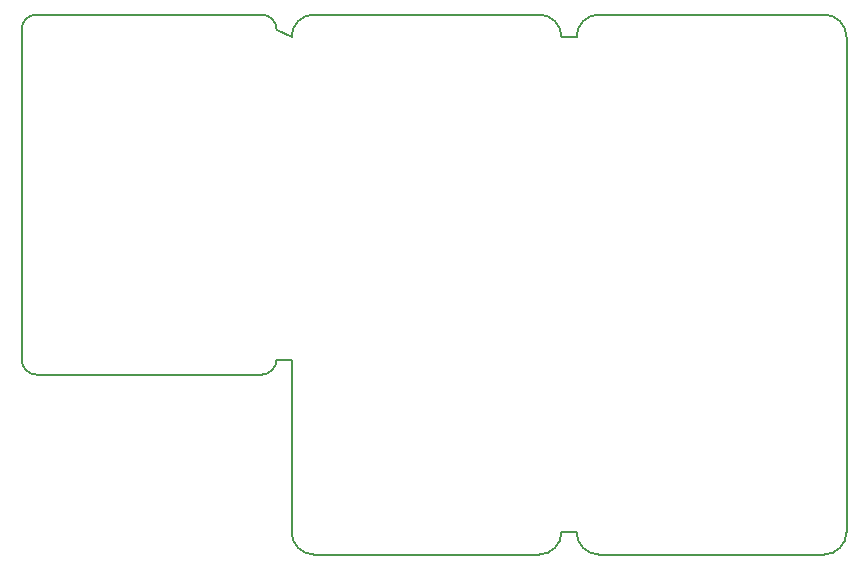
<source format=gbr>
G04 #@! TF.FileFunction,Profile,NP*
%FSLAX46Y46*%
G04 Gerber Fmt 4.6, Leading zero omitted, Abs format (unit mm)*
G04 Created by KiCad (PCBNEW 4.0.6) date Thursday, July 20, 2017 'AMt' 10:41:19 AM*
%MOMM*%
%LPD*%
G01*
G04 APERTURE LIST*
%ADD10C,0.100000*%
%ADD11C,0.150000*%
G04 APERTURE END LIST*
D10*
D11*
X183870600Y-139852400D02*
X185140600Y-139852400D01*
X183870600Y-97942400D02*
X185140600Y-97942400D01*
X159740600Y-97307400D02*
X161010600Y-97942400D01*
X161010600Y-125247400D02*
X159740600Y-125247400D01*
X161010600Y-139852400D02*
X161010600Y-125247400D01*
X206095600Y-141757400D02*
G75*
G03X208000600Y-139852400I0J1905000D01*
G01*
X208000600Y-139852400D02*
X208000600Y-97942400D01*
X187045600Y-141757400D02*
X206095600Y-141757400D01*
X185140600Y-139852400D02*
G75*
G03X187045600Y-141757400I1905000J0D01*
G01*
X187045600Y-96037400D02*
G75*
G03X185140600Y-97942400I0J-1905000D01*
G01*
X208000600Y-97942400D02*
G75*
G03X206095600Y-96037400I-1905000J0D01*
G01*
X187045600Y-96037400D02*
X206095600Y-96037400D01*
X138150600Y-125247400D02*
G75*
G03X139420600Y-126517400I1270000J0D01*
G01*
X158470600Y-126517400D02*
G75*
G03X159740600Y-125247400I0J1270000D01*
G01*
X139420600Y-126517400D02*
X158470600Y-126517400D01*
X138150600Y-125247400D02*
X138150600Y-118897400D01*
X161010600Y-139852400D02*
G75*
G03X162915600Y-141757400I1905000J0D01*
G01*
X181965600Y-141757400D02*
G75*
G03X183870600Y-139852400I0J1905000D01*
G01*
X162915600Y-96037400D02*
G75*
G03X161010600Y-97942400I0J-1905000D01*
G01*
X183870600Y-97942400D02*
G75*
G03X181965600Y-96037400I-1905000J0D01*
G01*
X162915600Y-96037400D02*
X181965600Y-96037400D01*
X162915600Y-141757400D02*
X181965600Y-141757400D01*
X138150600Y-118897400D02*
X138150600Y-97307400D01*
X139420600Y-96037400D02*
X158470600Y-96037400D01*
X159740600Y-97307400D02*
G75*
G03X158470600Y-96037400I-1270000J0D01*
G01*
X139420600Y-96037400D02*
G75*
G03X138150600Y-97307400I0J-1270000D01*
G01*
M02*

</source>
